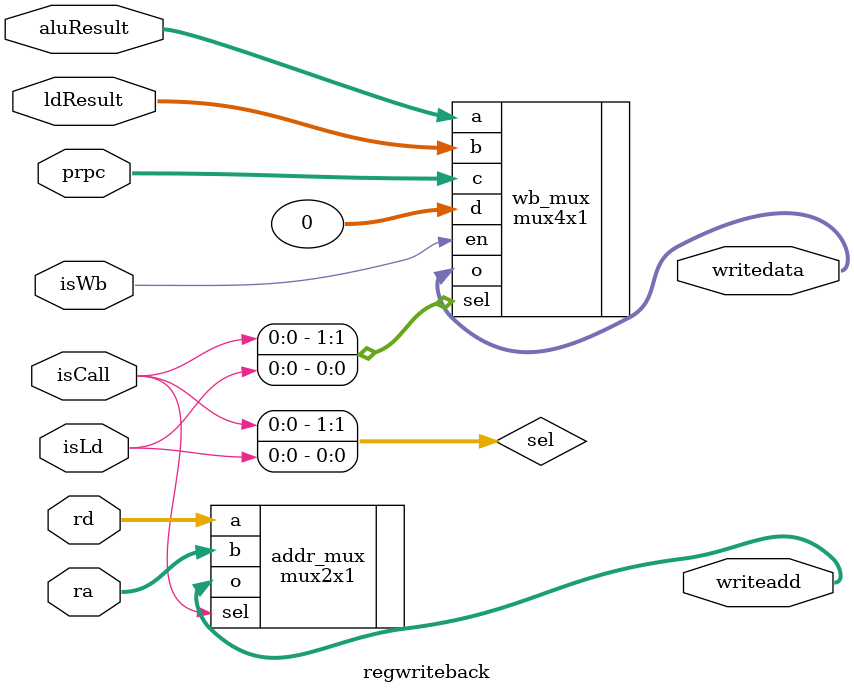
<source format=v>
module regwriteback (
  input  wire [31:0] aluResult,
  input  wire [31:0] ldResult,
  input  wire [31:0] prpc,
  input  wire        isLd, isCall, isWb,
  input  wire [3:0]  ra, rd,
  output wire [3:0]  writeadd,
  output wire [31:0] writedata
);
  wire [1:0] sel = {isCall, isLd};

  mux4x1 #(.w(32)) wb_mux (
    .a(aluResult),
    .b(ldResult),
    .c(prpc),
    .d(32'd0),
    .en(isWb),
    .sel(sel),
    .o(writedata)
  );
  mux2x1 #(.w(4)) addr_mux (
    .a(rd),
    .b(ra),
    .sel(isCall),
    .o(writeadd)
  );
endmodule


</source>
